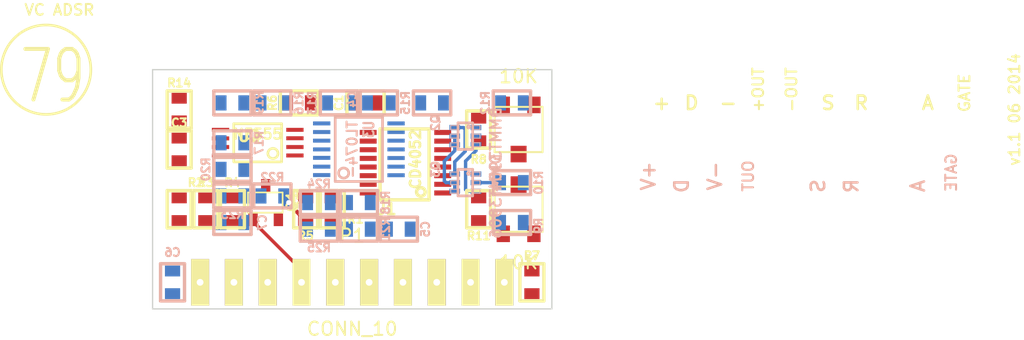
<source format=kicad_pcb>
(kicad_pcb (version 4) (host pcbnew "(2014-09-02 BZR 5112)-product")

  (general
    (links 97)
    (no_connects 89)
    (area 86.536593 71.20244 163.39516 97.029)
    (thickness 1.6)
    (drawings 25)
    (tracks 26)
    (zones 0)
    (modules 40)
    (nets 34)
  )

  (page A3)
  (layers
    (0 F.Cu signal)
    (31 B.Cu signal)
    (32 B.Adhes user)
    (33 F.Adhes user)
    (34 B.Paste user)
    (35 F.Paste user)
    (36 B.SilkS user)
    (37 F.SilkS user)
    (38 B.Mask user)
    (39 F.Mask user)
    (40 Dwgs.User user)
    (41 Cmts.User user)
    (42 Eco1.User user)
    (43 Eco2.User user)
    (44 Edge.Cuts user)
  )

  (setup
    (last_trace_width 0.254)
    (trace_clearance 0.254)
    (zone_clearance 0.2032)
    (zone_45_only no)
    (trace_min 0.254)
    (segment_width 0.2)
    (edge_width 0.1)
    (via_size 0.889)
    (via_drill 0.381)
    (via_min_size 0.889)
    (via_min_drill 0.381)
    (uvia_size 0.508)
    (uvia_drill 0.127)
    (uvias_allowed no)
    (uvia_min_size 0.508)
    (uvia_min_drill 0.127)
    (pcb_text_width 0.3)
    (pcb_text_size 1.5 1.5)
    (mod_edge_width 0.15)
    (mod_text_size 1 1)
    (mod_text_width 0.15)
    (pad_size 1.5 1.5)
    (pad_drill 0.6)
    (pad_to_mask_clearance 0)
    (aux_axis_origin 0 0)
    (visible_elements 7FFED73F)
    (pcbplotparams
      (layerselection 0x00030_80000001)
      (usegerberextensions true)
      (excludeedgelayer true)
      (linewidth 0.150000)
      (plotframeref false)
      (viasonmask false)
      (mode 1)
      (useauxorigin false)
      (hpglpennumber 1)
      (hpglpenspeed 20)
      (hpglpendiameter 15)
      (hpglpenoverlay 2)
      (psnegative false)
      (psa4output false)
      (plotreference true)
      (plotvalue false)
      (plotinvisibletext false)
      (padsonsilk false)
      (subtractmaskfromsilk true)
      (outputformat 1)
      (mirror false)
      (drillshape 0)
      (scaleselection 1)
      (outputdirectory Gerbers/v3.0/))
  )

  (net 0 "")
  (net 1 +12V)
  (net 2 -12V)
  (net 3 ATTACK)
  (net 4 DECAY)
  (net 5 "ENV OUT")
  (net 6 GATE)
  (net 7 GND)
  (net 8 "INV OUT")
  (net 9 N-000001)
  (net 10 N-0000010)
  (net 11 N-0000012)
  (net 12 N-0000013)
  (net 13 N-0000014)
  (net 14 N-0000015)
  (net 15 N-0000016)
  (net 16 N-0000019)
  (net 17 N-0000020)
  (net 18 N-0000021)
  (net 19 N-0000022)
  (net 20 N-0000024)
  (net 21 N-0000025)
  (net 22 N-0000026)
  (net 23 N-0000029)
  (net 24 N-0000030)
  (net 25 N-0000031)
  (net 26 N-000004)
  (net 27 N-000005)
  (net 28 N-000006)
  (net 29 N-000007)
  (net 30 N-000008)
  (net 31 N-000009)
  (net 32 RELEASE)
  (net 33 SUSTAIN)

  (net_class Default "This is the default net class."
    (clearance 0.254)
    (trace_width 0.254)
    (via_dia 0.889)
    (via_drill 0.381)
    (uvia_dia 0.508)
    (uvia_drill 0.127)
    (add_net GND)
    (add_net "INV OUT")
    (add_net N-000001)
    (add_net N-0000010)
    (add_net N-0000012)
    (add_net N-0000013)
    (add_net N-0000014)
    (add_net N-0000015)
    (add_net N-0000016)
    (add_net N-0000019)
    (add_net N-0000020)
    (add_net N-0000021)
    (add_net N-0000022)
    (add_net N-0000024)
    (add_net N-0000025)
    (add_net N-0000026)
    (add_net N-0000029)
    (add_net N-0000030)
    (add_net N-0000031)
    (add_net N-000004)
    (add_net N-000005)
    (add_net N-000006)
    (add_net N-000007)
    (add_net N-000008)
    (add_net N-000009)
  )

  (net_class POWER ""
    (clearance 0.254)
    (trace_width 0.3048)
    (via_dia 0.889)
    (via_drill 0.381)
    (uvia_dia 0.508)
    (uvia_drill 0.127)
    (add_net +12V)
    (add_net -12V)
  )

  (net_class SIGNAL ""
    (clearance 0.254)
    (trace_width 0.254)
    (via_dia 0.889)
    (via_drill 0.381)
    (uvia_dia 0.508)
    (uvia_drill 0.127)
    (add_net ATTACK)
    (add_net DECAY)
    (add_net "ENV OUT")
    (add_net GATE)
    (add_net RELEASE)
    (add_net SUSTAIN)
  )

  (module TSSOP8-JRL (layer F.Cu) (tedit 53A079DC) (tstamp 52EC3E46)
    (at 106 82 90)
    (path /52EA6826)
    (attr smd)
    (fp_text reference U2 (at 0.5 -0.75 180) (layer F.SilkS)
      (effects (font (size 0.8128 0.8128) (thickness 0.1905)))
    )
    (fp_text value NE555 (at 0.65 -0.1 180) (layer F.SilkS)
      (effects (font (size 0.762 0.762) (thickness 0.16002)))
    )
    (fp_line (start -1.43 -1.9) (end 1.43 -1.9) (layer F.SilkS) (width 0.2))
    (fp_line (start 1.43 -1.9) (end 1.43 1.7) (layer F.SilkS) (width 0.2))
    (fp_line (start 1.43 1.7) (end -1.43 1.7) (layer F.SilkS) (width 0.2))
    (fp_line (start -1.438 1.678) (end -1.438 -1.878) (layer F.SilkS) (width 0.2))
    (fp_circle (center -0.803 1.043) (end -1.184 1.043) (layer F.SilkS) (width 0.2))
    (pad 1 smd rect (at -0.9554 2.694 90) (size 0.29972 1.30048) (layers F.Cu F.Paste F.Mask)
      (net 7 GND))
    (pad 2 smd rect (at -0.3204 2.694 90) (size 0.29972 1.30048) (layers F.Cu F.Paste F.Mask)
      (net 30 N-000008))
    (pad 3 smd rect (at 0.34 2.694 90) (size 0.29972 1.30048) (layers F.Cu F.Paste F.Mask)
      (net 27 N-000005))
    (pad 4 smd rect (at 0.975 2.694 90) (size 0.29972 1.30048) (layers F.Cu F.Paste F.Mask)
      (net 1 +12V))
    (pad 5 smd rect (at 0.975 -2.894 90) (size 0.29972 1.30048) (layers F.Cu F.Paste F.Mask)
      (net 29 N-000007))
    (pad 6 smd rect (at 0.3273 -2.894 90) (size 0.29972 1.30048) (layers F.Cu F.Paste F.Mask)
      (net 26 N-000004))
    (pad 7 smd rect (at -0.3204 -2.894 90) (size 0.29972 1.30048) (layers F.Cu F.Paste F.Mask))
    (pad 8 smd rect (at -0.9681 -2.894 90) (size 0.29972 1.30048) (layers F.Cu F.Paste F.Mask)
      (net 1 +12V))
    (model smd\smd_dil\tssop-14.wrl
      (at (xyz 0 0 0))
      (scale (xyz 1 1 1))
      (rotate (xyz 0 0 0))
    )
  )

  (module TSSOP16 (layer F.Cu) (tedit 53A079D8) (tstamp 52EC3E5F)
    (at 117 83.5 90)
    (path /52E9DAA2)
    (attr smd)
    (fp_text reference U1 (at -3.5 -1.5 180) (layer F.SilkS)
      (effects (font (size 0.8128 0.8128) (thickness 0.1905)))
    )
    (fp_text value CD4052 (at 0.24892 0.7493 90) (layer F.SilkS)
      (effects (font (size 0.762 0.762) (thickness 0.1905)))
    )
    (fp_line (start -2.794 -1.905) (end 2.54 -1.905) (layer F.SilkS) (width 0.254))
    (fp_line (start 2.54 -1.905) (end 2.54 1.778) (layer F.SilkS) (width 0.254))
    (fp_line (start 2.54 1.778) (end -2.794 1.778) (layer F.SilkS) (width 0.254))
    (fp_line (start -2.794 1.778) (end -2.794 -1.905) (layer F.SilkS) (width 0.254))
    (fp_circle (center -2.20218 1.15824) (end -2.40538 1.41224) (layer F.SilkS) (width 0.254))
    (pad 1 smd rect (at -2.27584 2.79908 90) (size 0.381 1.27) (layers F.Cu F.Paste F.Mask)
      (net 4 DECAY))
    (pad 2 smd rect (at -1.6256 2.79908 90) (size 0.381 1.27) (layers F.Cu F.Paste F.Mask)
      (net 7 GND))
    (pad 3 smd rect (at -0.97536 2.79908 90) (size 0.381 1.27) (layers F.Cu F.Paste F.Mask)
      (net 22 N-0000026))
    (pad 4 smd rect (at -0.32512 2.79908 90) (size 0.381 1.27) (layers F.Cu F.Paste F.Mask)
      (net 32 RELEASE))
    (pad 5 smd rect (at 0.32512 2.79908 90) (size 0.381 1.27) (layers F.Cu F.Paste F.Mask)
      (net 32 RELEASE))
    (pad 6 smd rect (at 0.97536 2.79908 90) (size 0.381 1.27) (layers F.Cu F.Paste F.Mask)
      (net 7 GND))
    (pad 7 smd rect (at 1.6256 2.79908 90) (size 0.381 1.27) (layers F.Cu F.Paste F.Mask)
      (net 7 GND))
    (pad 8 smd rect (at 2.27584 2.79908 90) (size 0.381 1.27) (layers F.Cu F.Paste F.Mask)
      (net 7 GND))
    (pad 9 smd rect (at 2.27584 -2.79908 90) (size 0.381 1.27) (layers F.Cu F.Paste F.Mask)
      (net 27 N-000005))
    (pad 10 smd rect (at 1.6256 -2.79908 90) (size 0.381 1.27) (layers F.Cu F.Paste F.Mask)
      (net 28 N-000006))
    (pad 11 smd rect (at 0.97536 -2.79908 90) (size 0.381 1.27) (layers F.Cu F.Paste F.Mask)
      (net 7 GND))
    (pad 12 smd rect (at 0.32512 -2.79908 90) (size 0.381 1.27) (layers F.Cu F.Paste F.Mask)
      (net 33 SUSTAIN))
    (pad 13 smd rect (at -0.32512 -2.79908 90) (size 0.381 1.27) (layers F.Cu F.Paste F.Mask)
      (net 14 N-0000015))
    (pad 14 smd rect (at -0.97536 -2.79908 90) (size 0.381 1.27) (layers F.Cu F.Paste F.Mask)
      (net 7 GND))
    (pad 15 smd rect (at -1.6256 -2.79908 90) (size 0.381 1.27) (layers F.Cu F.Paste F.Mask)
      (net 31 N-000009))
    (pad 16 smd rect (at -2.27584 -2.79908 90) (size 0.381 1.27) (layers F.Cu F.Paste F.Mask)
      (net 1 +12V))
    (model smd\smd_dil\tssop-16.wrl
      (at (xyz 0 0 0))
      (scale (xyz 1 1 1))
      (rotate (xyz 0 0 0))
    )
  )

  (module TSSOP14 (layer B.Cu) (tedit 52F02B6A) (tstamp 52EC3E76)
    (at 113.5 82.5 90)
    (path /52E9CC88)
    (attr smd)
    (fp_text reference U3 (at 1.5 0.75 270) (layer B.SilkS)
      (effects (font (size 0.762 0.635) (thickness 0.16002)) (justify mirror))
    )
    (fp_text value TL074- (at 0 -0.508 90) (layer B.SilkS)
      (effects (font (size 0.762 0.762) (thickness 0.16002)) (justify mirror))
    )
    (fp_line (start -2.413 1.778) (end 2.413 1.778) (layer B.SilkS) (width 0.2032))
    (fp_line (start 2.413 1.778) (end 2.413 -1.778) (layer B.SilkS) (width 0.2032))
    (fp_line (start 2.413 -1.778) (end -2.413 -1.778) (layer B.SilkS) (width 0.2032))
    (fp_line (start -2.413 -1.778) (end -2.413 1.778) (layer B.SilkS) (width 0.2032))
    (fp_circle (center -1.778 -1.143) (end -2.159 -1.143) (layer B.SilkS) (width 0.2032))
    (pad 1 smd rect (at -1.9304 -2.794 90) (size 0.29972 1.30048) (layers B.Cu B.Paste B.Mask)
      (net 19 N-0000022))
    (pad 2 smd rect (at -1.2954 -2.794 90) (size 0.29972 1.30048) (layers B.Cu B.Paste B.Mask)
      (net 16 N-0000019))
    (pad 3 smd rect (at -0.635 -2.794 90) (size 0.29972 1.30048) (layers B.Cu B.Paste B.Mask)
      (net 10 N-0000010))
    (pad 4 smd rect (at 0 -2.794 90) (size 0.29972 1.30048) (layers B.Cu B.Paste B.Mask)
      (net 1 +12V))
    (pad 5 smd rect (at 0.6604 -2.794 90) (size 0.29972 1.30048) (layers B.Cu B.Paste B.Mask)
      (net 11 N-0000012))
    (pad 6 smd rect (at 1.3081 -2.794 90) (size 0.29972 1.30048) (layers B.Cu B.Paste B.Mask)
      (net 15 N-0000016))
    (pad 7 smd rect (at 1.9558 -2.794 90) (size 0.29972 1.30048) (layers B.Cu B.Paste B.Mask)
      (net 13 N-0000014))
    (pad 8 smd rect (at 1.9558 2.794 90) (size 0.29972 1.30048) (layers B.Cu B.Paste B.Mask)
      (net 12 N-0000013))
    (pad 9 smd rect (at 1.3081 2.794 90) (size 0.29972 1.30048) (layers B.Cu B.Paste B.Mask)
      (net 25 N-0000031))
    (pad 10 smd rect (at 0.6604 2.794 90) (size 0.29972 1.30048) (layers B.Cu B.Paste B.Mask)
      (net 7 GND))
    (pad 11 smd rect (at 0 2.794 90) (size 0.29972 1.30048) (layers B.Cu B.Paste B.Mask)
      (net 2 -12V))
    (pad 12 smd rect (at -0.6477 2.794 90) (size 0.29972 1.30048) (layers B.Cu B.Paste B.Mask)
      (net 7 GND))
    (pad 13 smd rect (at -1.2954 2.794 90) (size 0.29972 1.30048) (layers B.Cu B.Paste B.Mask)
      (net 20 N-0000024))
    (pad 14 smd rect (at -1.9431 2.794 90) (size 0.29972 1.30048) (layers B.Cu B.Paste B.Mask)
      (net 26 N-000004))
    (model smd\smd_dil\tssop-14.wrl
      (at (xyz 0 0 0))
      (scale (xyz 1 1 1))
      (rotate (xyz 0 0 0))
    )
  )

  (module SOT363-JRL (layer B.Cu) (tedit 53A055FA) (tstamp 52EFBA56)
    (at 121.5 85 270)
    (descr "SMALL OUTLINE TRANSISTOR; 6 LEADS")
    (tags "SMALL OUTLINE TRANSISTOR; 6 LEADS")
    (path /52EA83F8)
    (attr smd)
    (fp_text reference Q3 (at -1 2.25 270) (layer B.SilkS)
      (effects (font (size 0.6096 0.6096) (thickness 0.1524)) (justify mirror))
    )
    (fp_text value DMMT3906 (at 1.016 -2.286 270) (layer B.SilkS)
      (effects (font (size 0.8128 0.8128) (thickness 0.1524)) (justify mirror))
    )
    (fp_line (start -0.79756 -1.09982) (end -0.49784 -1.09982) (layer B.SilkS) (width 0.06604))
    (fp_line (start -0.49784 -1.09982) (end -0.49784 -0.59944) (layer B.SilkS) (width 0.06604))
    (fp_line (start -0.79756 -0.59944) (end -0.49784 -0.59944) (layer B.SilkS) (width 0.06604))
    (fp_line (start -0.79756 -1.09982) (end -0.79756 -0.59944) (layer B.SilkS) (width 0.06604))
    (fp_line (start -0.14986 -1.09982) (end 0.14986 -1.09982) (layer B.SilkS) (width 0.06604))
    (fp_line (start 0.14986 -1.09982) (end 0.14986 -0.59944) (layer B.SilkS) (width 0.06604))
    (fp_line (start -0.14986 -0.59944) (end 0.14986 -0.59944) (layer B.SilkS) (width 0.06604))
    (fp_line (start -0.14986 -1.09982) (end -0.14986 -0.59944) (layer B.SilkS) (width 0.06604))
    (fp_line (start 0.49784 -1.09982) (end 0.79756 -1.09982) (layer B.SilkS) (width 0.06604))
    (fp_line (start 0.79756 -1.09982) (end 0.79756 -0.59944) (layer B.SilkS) (width 0.06604))
    (fp_line (start 0.49784 -0.59944) (end 0.79756 -0.59944) (layer B.SilkS) (width 0.06604))
    (fp_line (start 0.49784 -1.09982) (end 0.49784 -0.59944) (layer B.SilkS) (width 0.06604))
    (fp_line (start 0.49784 0.59944) (end 0.79756 0.59944) (layer B.SilkS) (width 0.06604))
    (fp_line (start 0.79756 0.59944) (end 0.79756 1.09982) (layer B.SilkS) (width 0.06604))
    (fp_line (start 0.49784 1.09982) (end 0.79756 1.09982) (layer B.SilkS) (width 0.06604))
    (fp_line (start 0.49784 0.59944) (end 0.49784 1.09982) (layer B.SilkS) (width 0.06604))
    (fp_line (start -0.14986 0.59944) (end 0.14986 0.59944) (layer B.SilkS) (width 0.06604))
    (fp_line (start 0.14986 0.59944) (end 0.14986 1.09982) (layer B.SilkS) (width 0.06604))
    (fp_line (start -0.14986 1.09982) (end 0.14986 1.09982) (layer B.SilkS) (width 0.06604))
    (fp_line (start -0.14986 0.59944) (end -0.14986 1.09982) (layer B.SilkS) (width 0.06604))
    (fp_line (start -0.79756 0.59944) (end -0.49784 0.59944) (layer B.SilkS) (width 0.06604))
    (fp_line (start -0.49784 0.59944) (end -0.49784 1.09982) (layer B.SilkS) (width 0.06604))
    (fp_line (start -0.79756 1.09982) (end -0.49784 1.09982) (layer B.SilkS) (width 0.06604))
    (fp_line (start -0.79756 0.59944) (end -0.79756 1.09982) (layer B.SilkS) (width 0.06604))
    (fp_line (start -0.99822 0.54864) (end 0.99822 0.54864) (layer B.SilkS) (width 0.2032))
    (fp_line (start 0.99822 0.54864) (end 0.99822 -0.54864) (layer B.SilkS) (width 0.2032))
    (fp_line (start 0.99822 -0.54864) (end -0.99822 -0.54864) (layer B.SilkS) (width 0.2032))
    (fp_line (start -0.99822 -0.54864) (end -0.99822 0.54864) (layer B.SilkS) (width 0.2032))
    (fp_circle (center -0.6985 -0.24892) (end -0.77216 -0.32258) (layer B.SilkS) (width 0.1524))
    (pad 1 smd rect (at -0.6477 -0.79756 270) (size 0.39878 0.79756) (layers B.Cu B.Paste B.Mask)
      (net 7 GND))
    (pad 2 smd rect (at 0 -0.79756 270) (size 0.39878 0.79756) (layers B.Cu B.Paste B.Mask)
      (net 23 N-0000029))
    (pad 3 smd rect (at 0.6477 -0.79756 270) (size 0.39878 0.79756) (layers B.Cu B.Paste B.Mask)
      (net 20 N-0000024))
    (pad 4 smd rect (at 0.6477 0.79756 270) (size 0.39878 0.79756) (layers B.Cu B.Paste B.Mask)
      (net 21 N-0000025))
    (pad 5 smd rect (at 0 0.79756 270) (size 0.39878 0.79756) (layers B.Cu B.Paste B.Mask)
      (net 21 N-0000025))
    (pad 6 smd rect (at -0.6477 0.79756 270) (size 0.39878 0.79756) (layers B.Cu B.Paste B.Mask)
      (net 25 N-0000031))
  )

  (module SOT363-JRL (layer B.Cu) (tedit 53A05601) (tstamp 52EFBA7E)
    (at 121.5 81.5 270)
    (descr "SMALL OUTLINE TRANSISTOR; 6 LEADS")
    (tags "SMALL OUTLINE TRANSISTOR; 6 LEADS")
    (path /52EA83E9)
    (attr smd)
    (fp_text reference Q2 (at -1 2.25 270) (layer B.SilkS)
      (effects (font (size 0.6096 0.6096) (thickness 0.1524)) (justify mirror))
    )
    (fp_text value DMMT3904 (at 1.016 -2.286 270) (layer B.SilkS)
      (effects (font (size 0.8128 0.8128) (thickness 0.1524)) (justify mirror))
    )
    (fp_line (start -0.79756 -1.09982) (end -0.49784 -1.09982) (layer B.SilkS) (width 0.06604))
    (fp_line (start -0.49784 -1.09982) (end -0.49784 -0.59944) (layer B.SilkS) (width 0.06604))
    (fp_line (start -0.79756 -0.59944) (end -0.49784 -0.59944) (layer B.SilkS) (width 0.06604))
    (fp_line (start -0.79756 -1.09982) (end -0.79756 -0.59944) (layer B.SilkS) (width 0.06604))
    (fp_line (start -0.14986 -1.09982) (end 0.14986 -1.09982) (layer B.SilkS) (width 0.06604))
    (fp_line (start 0.14986 -1.09982) (end 0.14986 -0.59944) (layer B.SilkS) (width 0.06604))
    (fp_line (start -0.14986 -0.59944) (end 0.14986 -0.59944) (layer B.SilkS) (width 0.06604))
    (fp_line (start -0.14986 -1.09982) (end -0.14986 -0.59944) (layer B.SilkS) (width 0.06604))
    (fp_line (start 0.49784 -1.09982) (end 0.79756 -1.09982) (layer B.SilkS) (width 0.06604))
    (fp_line (start 0.79756 -1.09982) (end 0.79756 -0.59944) (layer B.SilkS) (width 0.06604))
    (fp_line (start 0.49784 -0.59944) (end 0.79756 -0.59944) (layer B.SilkS) (width 0.06604))
    (fp_line (start 0.49784 -1.09982) (end 0.49784 -0.59944) (layer B.SilkS) (width 0.06604))
    (fp_line (start 0.49784 0.59944) (end 0.79756 0.59944) (layer B.SilkS) (width 0.06604))
    (fp_line (start 0.79756 0.59944) (end 0.79756 1.09982) (layer B.SilkS) (width 0.06604))
    (fp_line (start 0.49784 1.09982) (end 0.79756 1.09982) (layer B.SilkS) (width 0.06604))
    (fp_line (start 0.49784 0.59944) (end 0.49784 1.09982) (layer B.SilkS) (width 0.06604))
    (fp_line (start -0.14986 0.59944) (end 0.14986 0.59944) (layer B.SilkS) (width 0.06604))
    (fp_line (start 0.14986 0.59944) (end 0.14986 1.09982) (layer B.SilkS) (width 0.06604))
    (fp_line (start -0.14986 1.09982) (end 0.14986 1.09982) (layer B.SilkS) (width 0.06604))
    (fp_line (start -0.14986 0.59944) (end -0.14986 1.09982) (layer B.SilkS) (width 0.06604))
    (fp_line (start -0.79756 0.59944) (end -0.49784 0.59944) (layer B.SilkS) (width 0.06604))
    (fp_line (start -0.49784 0.59944) (end -0.49784 1.09982) (layer B.SilkS) (width 0.06604))
    (fp_line (start -0.79756 1.09982) (end -0.49784 1.09982) (layer B.SilkS) (width 0.06604))
    (fp_line (start -0.79756 0.59944) (end -0.79756 1.09982) (layer B.SilkS) (width 0.06604))
    (fp_line (start -0.99822 0.54864) (end 0.99822 0.54864) (layer B.SilkS) (width 0.2032))
    (fp_line (start 0.99822 0.54864) (end 0.99822 -0.54864) (layer B.SilkS) (width 0.2032))
    (fp_line (start 0.99822 -0.54864) (end -0.99822 -0.54864) (layer B.SilkS) (width 0.2032))
    (fp_line (start -0.99822 -0.54864) (end -0.99822 0.54864) (layer B.SilkS) (width 0.2032))
    (fp_circle (center -0.6985 -0.24892) (end -0.77216 -0.32258) (layer B.SilkS) (width 0.1524))
    (pad 1 smd rect (at -0.6477 -0.79756 270) (size 0.39878 0.79756) (layers B.Cu B.Paste B.Mask)
      (net 24 N-0000030))
    (pad 2 smd rect (at 0 -0.79756 270) (size 0.39878 0.79756) (layers B.Cu B.Paste B.Mask)
      (net 7 GND))
    (pad 3 smd rect (at 0.6477 -0.79756 270) (size 0.39878 0.79756) (layers B.Cu B.Paste B.Mask)
      (net 20 N-0000024))
    (pad 4 smd rect (at 0.6477 0.79756 270) (size 0.39878 0.79756) (layers B.Cu B.Paste B.Mask)
      (net 21 N-0000025))
    (pad 5 smd rect (at 0 0.79756 270) (size 0.39878 0.79756) (layers B.Cu B.Paste B.Mask)
      (net 21 N-0000025))
    (pad 6 smd rect (at -0.6477 0.79756 270) (size 0.39878 0.79756) (layers B.Cu B.Paste B.Mask)
      (net 25 N-0000031))
  )

  (module SM0603-JRL (layer B.Cu) (tedit 52F02B8C) (tstamp 52EC3ED9)
    (at 125 88 180)
    (path /52EA8356)
    (attr smd)
    (fp_text reference R9 (at -2 -0.25 270) (layer B.SilkS)
      (effects (font (size 0.6096 0.6096) (thickness 0.1524)) (justify mirror))
    )
    (fp_text value 2.2K (at 0 0 180) (layer B.SilkS) hide
      (effects (font (size 0.508 0.4572) (thickness 0.1143)) (justify mirror))
    )
    (fp_line (start -1.4 -0.9) (end 1.4 -0.9) (layer B.SilkS) (width 0.254))
    (fp_line (start 1.4 -0.9) (end 1.4 0.9) (layer B.SilkS) (width 0.254))
    (fp_line (start 1.4 0.9) (end -1.4 0.9) (layer B.SilkS) (width 0.254))
    (fp_line (start -1.4 0.9) (end -1.4 -0.9) (layer B.SilkS) (width 0.254))
    (pad 1 smd rect (at -0.8509 0 180) (size 0.8128 1.143) (layers B.Cu B.Paste B.Mask)
      (net 7 GND))
    (pad 2 smd rect (at 0.8509 0 180) (size 0.8128 1.143) (layers B.Cu B.Paste B.Mask)
      (net 23 N-0000029))
    (model smd\resistors\R0603.wrl
      (at (xyz 0 0 0.001))
      (scale (xyz 0.5 0.5 0.5))
      (rotate (xyz 0 0 0))
    )
  )

  (module SM0603-JRL (layer F.Cu) (tedit 52F02A9D) (tstamp 52EF286C)
    (at 104 87 270)
    (path /52EA68F7)
    (attr smd)
    (fp_text reference R4 (at -2 0 360) (layer F.SilkS)
      (effects (font (size 0.6096 0.6096) (thickness 0.1524)))
    )
    (fp_text value 330K (at 0 0 270) (layer F.SilkS) hide
      (effects (font (size 0.508 0.4572) (thickness 0.1143)))
    )
    (fp_line (start -1.4 0.9) (end 1.4 0.9) (layer F.SilkS) (width 0.254))
    (fp_line (start 1.4 0.9) (end 1.4 -0.9) (layer F.SilkS) (width 0.254))
    (fp_line (start 1.4 -0.9) (end -1.4 -0.9) (layer F.SilkS) (width 0.254))
    (fp_line (start -1.4 -0.9) (end -1.4 0.9) (layer F.SilkS) (width 0.254))
    (pad 1 smd rect (at -0.8509 0 270) (size 0.8128 1.143) (layers F.Cu F.Paste F.Mask)
      (net 9 N-000001))
    (pad 2 smd rect (at 0.8509 0 270) (size 0.8128 1.143) (layers F.Cu F.Paste F.Mask)
      (net 2 -12V))
    (model smd\resistors\R0603.wrl
      (at (xyz 0 0 0.001))
      (scale (xyz 0.5 0.5 0.5))
      (rotate (xyz 0 0 0))
    )
  )

  (module SM0603-JRL (layer F.Cu) (tedit 52F02A96) (tstamp 52EC3EED)
    (at 114 79 180)
    (path /52EA6BA1)
    (attr smd)
    (fp_text reference C1 (at 2 0 270) (layer F.SilkS)
      (effects (font (size 0.6096 0.6096) (thickness 0.1524)))
    )
    (fp_text value 100n (at 0 0 180) (layer F.SilkS) hide
      (effects (font (size 0.508 0.4572) (thickness 0.1143)))
    )
    (fp_line (start -1.4 0.9) (end 1.4 0.9) (layer F.SilkS) (width 0.254))
    (fp_line (start 1.4 0.9) (end 1.4 -0.9) (layer F.SilkS) (width 0.254))
    (fp_line (start 1.4 -0.9) (end -1.4 -0.9) (layer F.SilkS) (width 0.254))
    (fp_line (start -1.4 -0.9) (end -1.4 0.9) (layer F.SilkS) (width 0.254))
    (pad 1 smd rect (at -0.8509 0 180) (size 0.8128 1.143) (layers F.Cu F.Paste F.Mask)
      (net 28 N-000006))
    (pad 2 smd rect (at 0.8509 0 180) (size 0.8128 1.143) (layers F.Cu F.Paste F.Mask)
      (net 30 N-000008))
    (model smd\resistors\R0603.wrl
      (at (xyz 0 0 0.001))
      (scale (xyz 0.5 0.5 0.5))
      (rotate (xyz 0 0 0))
    )
  )

  (module SM0603-JRL (layer F.Cu) (tedit 52F02A99) (tstamp 52EC3EF7)
    (at 109 79 180)
    (path /52EA6BBB)
    (attr smd)
    (fp_text reference R6 (at 2 0 270) (layer F.SilkS)
      (effects (font (size 0.6096 0.6096) (thickness 0.1524)))
    )
    (fp_text value 10K (at 0 0 180) (layer F.SilkS) hide
      (effects (font (size 0.508 0.4572) (thickness 0.1143)))
    )
    (fp_line (start -1.4 0.9) (end 1.4 0.9) (layer F.SilkS) (width 0.254))
    (fp_line (start 1.4 0.9) (end 1.4 -0.9) (layer F.SilkS) (width 0.254))
    (fp_line (start 1.4 -0.9) (end -1.4 -0.9) (layer F.SilkS) (width 0.254))
    (fp_line (start -1.4 -0.9) (end -1.4 0.9) (layer F.SilkS) (width 0.254))
    (pad 1 smd rect (at -0.8509 0 180) (size 0.8128 1.143) (layers F.Cu F.Paste F.Mask)
      (net 1 +12V))
    (pad 2 smd rect (at 0.8509 0 180) (size 0.8128 1.143) (layers F.Cu F.Paste F.Mask)
      (net 30 N-000008))
    (model smd\resistors\R0603.wrl
      (at (xyz 0 0 0.001))
      (scale (xyz 0.5 0.5 0.5))
      (rotate (xyz 0 0 0))
    )
  )

  (module SM0603-JRL (layer F.Cu) (tedit 52F02B5A) (tstamp 52EC3F0B)
    (at 100 79.5 270)
    (path /548528E0)
    (attr smd)
    (fp_text reference R14 (at -2 0 540) (layer F.SilkS)
      (effects (font (size 0.6096 0.6096) (thickness 0.1524)))
    )
    (fp_text value 3.3K** (at 0 0 270) (layer F.SilkS) hide
      (effects (font (size 0.508 0.4572) (thickness 0.1143)))
    )
    (fp_line (start -1.4 0.9) (end 1.4 0.9) (layer F.SilkS) (width 0.254))
    (fp_line (start 1.4 0.9) (end 1.4 -0.9) (layer F.SilkS) (width 0.254))
    (fp_line (start 1.4 -0.9) (end -1.4 -0.9) (layer F.SilkS) (width 0.254))
    (fp_line (start -1.4 -0.9) (end -1.4 0.9) (layer F.SilkS) (width 0.254))
    (pad 1 smd rect (at -0.8509 0 270) (size 0.8128 1.143) (layers F.Cu F.Paste F.Mask)
      (net 29 N-000007))
    (pad 2 smd rect (at 0.8509 0 270) (size 0.8128 1.143) (layers F.Cu F.Paste F.Mask)
      (net 1 +12V))
    (model smd\resistors\R0603.wrl
      (at (xyz 0 0 0.001))
      (scale (xyz 0.5 0.5 0.5))
      (rotate (xyz 0 0 0))
    )
  )

  (module SM0603-JRL (layer B.Cu) (tedit 52F02B54) (tstamp 54866960)
    (at 113.5 86.5 180)
    (path /5485F689)
    (attr smd)
    (fp_text reference R18 (at -2 0 270) (layer B.SilkS)
      (effects (font (size 0.6096 0.6096) (thickness 0.1524)) (justify mirror))
    )
    (fp_text value 100K (at 0 0 180) (layer B.SilkS) hide
      (effects (font (size 0.508 0.4572) (thickness 0.1143)) (justify mirror))
    )
    (fp_line (start -1.4 -0.9) (end 1.4 -0.9) (layer B.SilkS) (width 0.254))
    (fp_line (start 1.4 -0.9) (end 1.4 0.9) (layer B.SilkS) (width 0.254))
    (fp_line (start 1.4 0.9) (end -1.4 0.9) (layer B.SilkS) (width 0.254))
    (fp_line (start -1.4 0.9) (end -1.4 -0.9) (layer B.SilkS) (width 0.254))
    (pad 1 smd rect (at -0.8509 0 180) (size 0.8128 1.143) (layers B.Cu B.Paste B.Mask)
      (net 26 N-000004))
    (pad 2 smd rect (at 0.8509 0 180) (size 0.8128 1.143) (layers B.Cu B.Paste B.Mask)
      (net 16 N-0000019))
    (model smd\resistors\R0603.wrl
      (at (xyz 0 0 0.001))
      (scale (xyz 0.5 0.5 0.5))
      (rotate (xyz 0 0 0))
    )
  )

  (module SM0603-JRL (layer F.Cu) (tedit 52F02ABA) (tstamp 52EC3F1F)
    (at 100 82.5 270)
    (path /52EC40BB)
    (attr smd)
    (fp_text reference C3 (at -2 0 360) (layer F.SilkS)
      (effects (font (size 0.6096 0.6096) (thickness 0.1524)))
    )
    (fp_text value 100n (at 0 0 270) (layer F.SilkS) hide
      (effects (font (size 0.508 0.4572) (thickness 0.1143)))
    )
    (fp_line (start -1.4 0.9) (end 1.4 0.9) (layer F.SilkS) (width 0.254))
    (fp_line (start 1.4 0.9) (end 1.4 -0.9) (layer F.SilkS) (width 0.254))
    (fp_line (start 1.4 -0.9) (end -1.4 -0.9) (layer F.SilkS) (width 0.254))
    (fp_line (start -1.4 -0.9) (end -1.4 0.9) (layer F.SilkS) (width 0.254))
    (pad 1 smd rect (at -0.8509 0 270) (size 0.8128 1.143) (layers F.Cu F.Paste F.Mask)
      (net 1 +12V))
    (pad 2 smd rect (at 0.8509 0 270) (size 0.8128 1.143) (layers F.Cu F.Paste F.Mask)
      (net 7 GND))
    (model smd\resistors\R0603.wrl
      (at (xyz 0 0 0.001))
      (scale (xyz 0.5 0.5 0.5))
      (rotate (xyz 0 0 0))
    )
  )

  (module SM0603-JRL (layer B.Cu) (tedit 52F02B81) (tstamp 54866981)
    (at 125 85 180)
    (path /52EA835C)
    (attr smd)
    (fp_text reference R10 (at -2 0 270) (layer B.SilkS)
      (effects (font (size 0.6096 0.6096) (thickness 0.1524)) (justify mirror))
    )
    (fp_text value 270K (at 0 0 180) (layer B.SilkS) hide
      (effects (font (size 0.508 0.4572) (thickness 0.1143)) (justify mirror))
    )
    (fp_line (start -1.4 -0.9) (end 1.4 -0.9) (layer B.SilkS) (width 0.254))
    (fp_line (start 1.4 -0.9) (end 1.4 0.9) (layer B.SilkS) (width 0.254))
    (fp_line (start 1.4 0.9) (end -1.4 0.9) (layer B.SilkS) (width 0.254))
    (fp_line (start -1.4 0.9) (end -1.4 -0.9) (layer B.SilkS) (width 0.254))
    (pad 1 smd rect (at -0.8509 0 180) (size 0.8128 1.143) (layers B.Cu B.Paste B.Mask)
      (net 2 -12V))
    (pad 2 smd rect (at 0.8509 0 180) (size 0.8128 1.143) (layers B.Cu B.Paste B.Mask)
      (net 23 N-0000029))
    (model smd\resistors\R0603.wrl
      (at (xyz 0 0 0.001))
      (scale (xyz 0.5 0.5 0.5))
      (rotate (xyz 0 0 0))
    )
  )

  (module SM0603-JRL (layer F.Cu) (tedit 52F02B32) (tstamp 52EC3F33)
    (at 126.5 92.5 90)
    (path /52EA8929)
    (attr smd)
    (fp_text reference R7 (at 2 0 360) (layer F.SilkS)
      (effects (font (size 0.6096 0.6096) (thickness 0.1524)))
    )
    (fp_text value 82K* (at 0 0 90) (layer F.SilkS) hide
      (effects (font (size 0.508 0.4572) (thickness 0.1143)))
    )
    (fp_line (start -1.4 0.9) (end 1.4 0.9) (layer F.SilkS) (width 0.254))
    (fp_line (start 1.4 0.9) (end 1.4 -0.9) (layer F.SilkS) (width 0.254))
    (fp_line (start 1.4 -0.9) (end -1.4 -0.9) (layer F.SilkS) (width 0.254))
    (fp_line (start -1.4 -0.9) (end -1.4 0.9) (layer F.SilkS) (width 0.254))
    (pad 1 smd rect (at -0.8509 0 90) (size 0.8128 1.143) (layers F.Cu F.Paste F.Mask)
      (net 3 ATTACK))
    (pad 2 smd rect (at 0.8509 0 90) (size 0.8128 1.143) (layers F.Cu F.Paste F.Mask)
      (net 18 N-0000021))
    (model smd\resistors\R0603.wrl
      (at (xyz 0 0 0.001))
      (scale (xyz 0.5 0.5 0.5))
      (rotate (xyz 0 0 0))
    )
  )

  (module SM0603-JRL (layer F.Cu) (tedit 52F02B2F) (tstamp 52EF282A)
    (at 122.5 87 270)
    (path /52EA893B)
    (attr smd)
    (fp_text reference R11 (at 2 0 540) (layer F.SilkS)
      (effects (font (size 0.6096 0.6096) (thickness 0.1524)))
    )
    (fp_text value 2.2K (at 0 0 270) (layer F.SilkS) hide
      (effects (font (size 0.508 0.4572) (thickness 0.1143)))
    )
    (fp_line (start -1.4 0.9) (end 1.4 0.9) (layer F.SilkS) (width 0.254))
    (fp_line (start 1.4 0.9) (end 1.4 -0.9) (layer F.SilkS) (width 0.254))
    (fp_line (start 1.4 -0.9) (end -1.4 -0.9) (layer F.SilkS) (width 0.254))
    (fp_line (start -1.4 -0.9) (end -1.4 0.9) (layer F.SilkS) (width 0.254))
    (pad 1 smd rect (at -0.8509 0 270) (size 0.8128 1.143) (layers F.Cu F.Paste F.Mask)
      (net 7 GND))
    (pad 2 smd rect (at 0.8509 0 270) (size 0.8128 1.143) (layers F.Cu F.Paste F.Mask)
      (net 24 N-0000030))
    (model smd\resistors\R0603.wrl
      (at (xyz 0 0 0.001))
      (scale (xyz 0.5 0.5 0.5))
      (rotate (xyz 0 0 0))
    )
  )

  (module SM0603-JRL (layer B.Cu) (tedit 52F02B2D) (tstamp 52EF281F)
    (at 125 79 180)
    (path /52EA8941)
    (attr smd)
    (fp_text reference R12 (at 2 0 270) (layer B.SilkS)
      (effects (font (size 0.6096 0.6096) (thickness 0.1524)) (justify mirror))
    )
    (fp_text value 270K (at 0 0 180) (layer B.SilkS) hide
      (effects (font (size 0.508 0.4572) (thickness 0.1143)) (justify mirror))
    )
    (fp_line (start -1.4 -0.9) (end 1.4 -0.9) (layer B.SilkS) (width 0.254))
    (fp_line (start 1.4 -0.9) (end 1.4 0.9) (layer B.SilkS) (width 0.254))
    (fp_line (start 1.4 0.9) (end -1.4 0.9) (layer B.SilkS) (width 0.254))
    (fp_line (start -1.4 0.9) (end -1.4 -0.9) (layer B.SilkS) (width 0.254))
    (pad 1 smd rect (at -0.8509 0 180) (size 0.8128 1.143) (layers B.Cu B.Paste B.Mask)
      (net 2 -12V))
    (pad 2 smd rect (at 0.8509 0 180) (size 0.8128 1.143) (layers B.Cu B.Paste B.Mask)
      (net 24 N-0000030))
    (model smd\resistors\R0603.wrl
      (at (xyz 0 0 0.001))
      (scale (xyz 0.5 0.5 0.5))
      (rotate (xyz 0 0 0))
    )
  )

  (module SM0603-JRL (layer F.Cu) (tedit 52F02AC4) (tstamp 52ED3764)
    (at 100 87 90)
    (path /52EA68F1)
    (attr smd)
    (fp_text reference R2 (at 2 1.25 180) (layer F.SilkS)
      (effects (font (size 0.6096 0.6096) (thickness 0.1524)))
    )
    (fp_text value 100K (at 0 0 90) (layer F.SilkS) hide
      (effects (font (size 0.508 0.4572) (thickness 0.1143)))
    )
    (fp_line (start -1.4 0.9) (end 1.4 0.9) (layer F.SilkS) (width 0.254))
    (fp_line (start 1.4 0.9) (end 1.4 -0.9) (layer F.SilkS) (width 0.254))
    (fp_line (start 1.4 -0.9) (end -1.4 -0.9) (layer F.SilkS) (width 0.254))
    (fp_line (start -1.4 -0.9) (end -1.4 0.9) (layer F.SilkS) (width 0.254))
    (pad 1 smd rect (at -0.8509 0 90) (size 0.8128 1.143) (layers F.Cu F.Paste F.Mask)
      (net 6 GATE))
    (pad 2 smd rect (at 0.8509 0 90) (size 0.8128 1.143) (layers F.Cu F.Paste F.Mask)
      (net 7 GND))
    (model smd\resistors\R0603.wrl
      (at (xyz 0 0 0.001))
      (scale (xyz 0.5 0.5 0.5))
      (rotate (xyz 0 0 0))
    )
  )

  (module SM0603-JRL (layer F.Cu) (tedit 52F02AA1) (tstamp 52EC3F5B)
    (at 102 87 270)
    (path /52EA6853)
    (attr smd)
    (fp_text reference R3 (at -2 0 360) (layer F.SilkS)
      (effects (font (size 0.6096 0.6096) (thickness 0.1524)))
    )
    (fp_text value 33K (at 0 0 270) (layer F.SilkS) hide
      (effects (font (size 0.508 0.4572) (thickness 0.1143)))
    )
    (fp_line (start -1.4 0.9) (end 1.4 0.9) (layer F.SilkS) (width 0.254))
    (fp_line (start 1.4 0.9) (end 1.4 -0.9) (layer F.SilkS) (width 0.254))
    (fp_line (start 1.4 -0.9) (end -1.4 -0.9) (layer F.SilkS) (width 0.254))
    (fp_line (start -1.4 -0.9) (end -1.4 0.9) (layer F.SilkS) (width 0.254))
    (pad 1 smd rect (at -0.8509 0 270) (size 0.8128 1.143) (layers F.Cu F.Paste F.Mask)
      (net 9 N-000001))
    (pad 2 smd rect (at 0.8509 0 270) (size 0.8128 1.143) (layers F.Cu F.Paste F.Mask)
      (net 6 GATE))
    (model smd\resistors\R0603.wrl
      (at (xyz 0 0 0.001))
      (scale (xyz 0.5 0.5 0.5))
      (rotate (xyz 0 0 0))
    )
  )

  (module SM0603-JRL (layer F.Cu) (tedit 52F02ABC) (tstamp 52EC3F65)
    (at 109.5 87 270)
    (path /52EA6840)
    (attr smd)
    (fp_text reference R5 (at 2 0 360) (layer F.SilkS)
      (effects (font (size 0.6096 0.6096) (thickness 0.1524)))
    )
    (fp_text value 22K (at 0 0 270) (layer F.SilkS) hide
      (effects (font (size 0.508 0.4572) (thickness 0.1143)))
    )
    (fp_line (start -1.4 0.9) (end 1.4 0.9) (layer F.SilkS) (width 0.254))
    (fp_line (start 1.4 0.9) (end 1.4 -0.9) (layer F.SilkS) (width 0.254))
    (fp_line (start 1.4 -0.9) (end -1.4 -0.9) (layer F.SilkS) (width 0.254))
    (fp_line (start -1.4 -0.9) (end -1.4 0.9) (layer F.SilkS) (width 0.254))
    (pad 1 smd rect (at -0.8509 0 270) (size 0.8128 1.143) (layers F.Cu F.Paste F.Mask)
      (net 28 N-000006))
    (pad 2 smd rect (at 0.8509 0 270) (size 0.8128 1.143) (layers F.Cu F.Paste F.Mask)
      (net 1 +12V))
    (model smd\resistors\R0603.wrl
      (at (xyz 0 0 0.001))
      (scale (xyz 0.5 0.5 0.5))
      (rotate (xyz 0 0 0))
    )
  )

  (module SM0603-JRL (layer B.Cu) (tedit 52F02B5C) (tstamp 5486694A)
    (at 113.5 88.5 180)
    (path /52E9E466)
    (attr smd)
    (fp_text reference R21 (at -2 0 270) (layer B.SilkS)
      (effects (font (size 0.6096 0.6096) (thickness 0.1524)) (justify mirror))
    )
    (fp_text value 1K (at 0 0 180) (layer B.SilkS) hide
      (effects (font (size 0.508 0.4572) (thickness 0.1143)) (justify mirror))
    )
    (fp_line (start -1.4 -0.9) (end 1.4 -0.9) (layer B.SilkS) (width 0.254))
    (fp_line (start 1.4 -0.9) (end 1.4 0.9) (layer B.SilkS) (width 0.254))
    (fp_line (start 1.4 0.9) (end -1.4 0.9) (layer B.SilkS) (width 0.254))
    (fp_line (start -1.4 0.9) (end -1.4 -0.9) (layer B.SilkS) (width 0.254))
    (pad 1 smd rect (at -0.8509 0 180) (size 0.8128 1.143) (layers B.Cu B.Paste B.Mask)
      (net 26 N-000004))
    (pad 2 smd rect (at 0.8509 0 180) (size 0.8128 1.143) (layers B.Cu B.Paste B.Mask)
      (net 5 "ENV OUT"))
    (model smd\resistors\R0603.wrl
      (at (xyz 0 0 0.001))
      (scale (xyz 0.5 0.5 0.5))
      (rotate (xyz 0 0 0))
    )
  )

  (module SM0603-JRL (layer B.Cu) (tedit 52F02B90) (tstamp 5486693F)
    (at 116.5 88.5)
    (path /52E9E3E2)
    (attr smd)
    (fp_text reference C5 (at 2 0 90) (layer B.SilkS)
      (effects (font (size 0.6096 0.6096) (thickness 0.1524)) (justify mirror))
    )
    (fp_text value 100n** (at 0 0) (layer B.SilkS) hide
      (effects (font (size 0.508 0.4572) (thickness 0.1143)) (justify mirror))
    )
    (fp_line (start -1.4 -0.9) (end 1.4 -0.9) (layer B.SilkS) (width 0.254))
    (fp_line (start 1.4 -0.9) (end 1.4 0.9) (layer B.SilkS) (width 0.254))
    (fp_line (start 1.4 0.9) (end -1.4 0.9) (layer B.SilkS) (width 0.254))
    (fp_line (start -1.4 0.9) (end -1.4 -0.9) (layer B.SilkS) (width 0.254))
    (pad 1 smd rect (at -0.8509 0) (size 0.8128 1.143) (layers B.Cu B.Paste B.Mask)
      (net 26 N-000004))
    (pad 2 smd rect (at 0.8509 0) (size 0.8128 1.143) (layers B.Cu B.Paste B.Mask)
      (net 20 N-0000024))
    (model smd\resistors\R0603.wrl
      (at (xyz 0 0 0.001))
      (scale (xyz 0.5 0.5 0.5))
      (rotate (xyz 0 0 0))
    )
  )

  (module SM0603-JRL (layer B.Cu) (tedit 52F02B35) (tstamp 52EF2856)
    (at 119 79)
    (path /52E9DF52)
    (attr smd)
    (fp_text reference R15 (at -2 0 90) (layer B.SilkS)
      (effects (font (size 0.6096 0.6096) (thickness 0.1524)) (justify mirror))
    )
    (fp_text value 2.2K (at 0 0) (layer B.SilkS) hide
      (effects (font (size 0.508 0.4572) (thickness 0.1143)) (justify mirror))
    )
    (fp_line (start -1.4 -0.9) (end 1.4 -0.9) (layer B.SilkS) (width 0.254))
    (fp_line (start 1.4 -0.9) (end 1.4 0.9) (layer B.SilkS) (width 0.254))
    (fp_line (start 1.4 0.9) (end -1.4 0.9) (layer B.SilkS) (width 0.254))
    (fp_line (start -1.4 0.9) (end -1.4 -0.9) (layer B.SilkS) (width 0.254))
    (pad 1 smd rect (at -0.8509 0) (size 0.8128 1.143) (layers B.Cu B.Paste B.Mask)
      (net 12 N-0000013))
    (pad 2 smd rect (at 0.8509 0) (size 0.8128 1.143) (layers B.Cu B.Paste B.Mask)
      (net 21 N-0000025))
    (model smd\resistors\R0603.wrl
      (at (xyz 0 0 0.001))
      (scale (xyz 0.5 0.5 0.5))
      (rotate (xyz 0 0 0))
    )
  )

  (module SM0603-JRL (layer B.Cu) (tedit 52F02B49) (tstamp 52EFBAAA)
    (at 107 79 180)
    (path /52E9DEFE)
    (attr smd)
    (fp_text reference R16 (at -2 0 270) (layer B.SilkS)
      (effects (font (size 0.6096 0.6096) (thickness 0.1524)) (justify mirror))
    )
    (fp_text value 47K (at 0 0 180) (layer B.SilkS) hide
      (effects (font (size 0.508 0.4572) (thickness 0.1143)) (justify mirror))
    )
    (fp_line (start -1.4 -0.9) (end 1.4 -0.9) (layer B.SilkS) (width 0.254))
    (fp_line (start 1.4 -0.9) (end 1.4 0.9) (layer B.SilkS) (width 0.254))
    (fp_line (start 1.4 0.9) (end -1.4 0.9) (layer B.SilkS) (width 0.254))
    (fp_line (start -1.4 0.9) (end -1.4 -0.9) (layer B.SilkS) (width 0.254))
    (pad 1 smd rect (at -0.8509 0 180) (size 0.8128 1.143) (layers B.Cu B.Paste B.Mask)
      (net 13 N-0000014))
    (pad 2 smd rect (at 0.8509 0 180) (size 0.8128 1.143) (layers B.Cu B.Paste B.Mask)
      (net 15 N-0000016))
    (model smd\resistors\R0603.wrl
      (at (xyz 0 0 0.001))
      (scale (xyz 0.5 0.5 0.5))
      (rotate (xyz 0 0 0))
    )
  )

  (module SM0603-JRL (layer B.Cu) (tedit 52F02B50) (tstamp 52EC3F97)
    (at 104 82)
    (path /52E9DD44)
    (attr smd)
    (fp_text reference R17 (at 2 0 90) (layer B.SilkS)
      (effects (font (size 0.6096 0.6096) (thickness 0.1524)) (justify mirror))
    )
    (fp_text value 47K (at 0 0) (layer B.SilkS) hide
      (effects (font (size 0.508 0.4572) (thickness 0.1143)) (justify mirror))
    )
    (fp_line (start -1.4 -0.9) (end 1.4 -0.9) (layer B.SilkS) (width 0.254))
    (fp_line (start 1.4 -0.9) (end 1.4 0.9) (layer B.SilkS) (width 0.254))
    (fp_line (start 1.4 0.9) (end -1.4 0.9) (layer B.SilkS) (width 0.254))
    (fp_line (start -1.4 0.9) (end -1.4 -0.9) (layer B.SilkS) (width 0.254))
    (pad 1 smd rect (at -0.8509 0) (size 0.8128 1.143) (layers B.Cu B.Paste B.Mask)
      (net 14 N-0000015))
    (pad 2 smd rect (at 0.8509 0) (size 0.8128 1.143) (layers B.Cu B.Paste B.Mask)
      (net 11 N-0000012))
    (model smd\resistors\R0603.wrl
      (at (xyz 0 0 0.001))
      (scale (xyz 0.5 0.5 0.5))
      (rotate (xyz 0 0 0))
    )
  )

  (module SM0603-JRL (layer B.Cu) (tedit 52F02B57) (tstamp 52EC3FA1)
    (at 104 84 180)
    (path /52E9DD3E)
    (attr smd)
    (fp_text reference R20 (at 2 0 270) (layer B.SilkS)
      (effects (font (size 0.6096 0.6096) (thickness 0.1524)) (justify mirror))
    )
    (fp_text value 47K (at 0 0 180) (layer B.SilkS) hide
      (effects (font (size 0.508 0.4572) (thickness 0.1143)) (justify mirror))
    )
    (fp_line (start -1.4 -0.9) (end 1.4 -0.9) (layer B.SilkS) (width 0.254))
    (fp_line (start 1.4 -0.9) (end 1.4 0.9) (layer B.SilkS) (width 0.254))
    (fp_line (start 1.4 0.9) (end -1.4 0.9) (layer B.SilkS) (width 0.254))
    (fp_line (start -1.4 0.9) (end -1.4 -0.9) (layer B.SilkS) (width 0.254))
    (pad 1 smd rect (at -0.8509 0 180) (size 0.8128 1.143) (layers B.Cu B.Paste B.Mask)
      (net 11 N-0000012))
    (pad 2 smd rect (at 0.8509 0 180) (size 0.8128 1.143) (layers B.Cu B.Paste B.Mask)
      (net 7 GND))
    (model smd\resistors\R0603.wrl
      (at (xyz 0 0 0.001))
      (scale (xyz 0.5 0.5 0.5))
      (rotate (xyz 0 0 0))
    )
  )

  (module SM0603-JRL (layer B.Cu) (tedit 52F02B4B) (tstamp 52EC3FAB)
    (at 104 79 180)
    (path /52E9DD38)
    (attr smd)
    (fp_text reference R19 (at -2 0 270) (layer B.SilkS)
      (effects (font (size 0.6096 0.6096) (thickness 0.1524)) (justify mirror))
    )
    (fp_text value 47K (at 0 0 180) (layer B.SilkS) hide
      (effects (font (size 0.508 0.4572) (thickness 0.1143)) (justify mirror))
    )
    (fp_line (start -1.4 -0.9) (end 1.4 -0.9) (layer B.SilkS) (width 0.254))
    (fp_line (start 1.4 -0.9) (end 1.4 0.9) (layer B.SilkS) (width 0.254))
    (fp_line (start 1.4 0.9) (end -1.4 0.9) (layer B.SilkS) (width 0.254))
    (fp_line (start -1.4 0.9) (end -1.4 -0.9) (layer B.SilkS) (width 0.254))
    (pad 1 smd rect (at -0.8509 0 180) (size 0.8128 1.143) (layers B.Cu B.Paste B.Mask)
      (net 15 N-0000016))
    (pad 2 smd rect (at 0.8509 0 180) (size 0.8128 1.143) (layers B.Cu B.Paste B.Mask)
      (net 26 N-000004))
    (model smd\resistors\R0603.wrl
      (at (xyz 0 0 0.001))
      (scale (xyz 0.5 0.5 0.5))
      (rotate (xyz 0 0 0))
    )
  )

  (module SM0603-JRL (layer B.Cu) (tedit 52F02B40) (tstamp 52EFBA94)
    (at 112 79 180)
    (path /52E9DCF4)
    (attr smd)
    (fp_text reference R13 (at 2 0 450) (layer B.SilkS)
      (effects (font (size 0.6096 0.6096) (thickness 0.1524)) (justify mirror))
    )
    (fp_text value 150K (at 0 0 180) (layer B.SilkS) hide
      (effects (font (size 0.508 0.4572) (thickness 0.1143)) (justify mirror))
    )
    (fp_line (start -1.4 -0.9) (end 1.4 -0.9) (layer B.SilkS) (width 0.254))
    (fp_line (start 1.4 -0.9) (end 1.4 0.9) (layer B.SilkS) (width 0.254))
    (fp_line (start 1.4 0.9) (end -1.4 0.9) (layer B.SilkS) (width 0.254))
    (fp_line (start -1.4 0.9) (end -1.4 -0.9) (layer B.SilkS) (width 0.254))
    (pad 1 smd rect (at -0.8509 0 180) (size 0.8128 1.143) (layers B.Cu B.Paste B.Mask)
      (net 25 N-0000031))
    (pad 2 smd rect (at 0.8509 0 180) (size 0.8128 1.143) (layers B.Cu B.Paste B.Mask)
      (net 13 N-0000014))
    (model smd\resistors\R0603.wrl
      (at (xyz 0 0 0.001))
      (scale (xyz 0.5 0.5 0.5))
      (rotate (xyz 0 0 0))
    )
  )

  (module SM0603-JRL (layer F.Cu) (tedit 52F02B84) (tstamp 52EC5D32)
    (at 122.5 81 90)
    (path /52E9DCCB)
    (attr smd)
    (fp_text reference R8 (at -2.25 0 360) (layer F.SilkS)
      (effects (font (size 0.6096 0.6096) (thickness 0.1524)))
    )
    (fp_text value 82K* (at 0 0 90) (layer F.SilkS) hide
      (effects (font (size 0.508 0.4572) (thickness 0.1143)))
    )
    (fp_line (start -1.4 0.9) (end 1.4 0.9) (layer F.SilkS) (width 0.254))
    (fp_line (start 1.4 0.9) (end 1.4 -0.9) (layer F.SilkS) (width 0.254))
    (fp_line (start 1.4 -0.9) (end -1.4 -0.9) (layer F.SilkS) (width 0.254))
    (fp_line (start -1.4 -0.9) (end -1.4 0.9) (layer F.SilkS) (width 0.254))
    (pad 1 smd rect (at -0.8509 0 90) (size 0.8128 1.143) (layers F.Cu F.Paste F.Mask)
      (net 22 N-0000026))
    (pad 2 smd rect (at 0.8509 0 90) (size 0.8128 1.143) (layers F.Cu F.Paste F.Mask)
      (net 17 N-0000020))
    (model smd\resistors\R0603.wrl
      (at (xyz 0 0 0.001))
      (scale (xyz 0.5 0.5 0.5))
      (rotate (xyz 0 0 0))
    )
  )

  (module SM0603-JRL (layer F.Cu) (tedit 52F02A71) (tstamp 52EC3FC9)
    (at 111.5 87 90)
    (path /52E9DB05)
    (attr smd)
    (fp_text reference R1 (at -0.75 1.75 180) (layer F.SilkS)
      (effects (font (size 0.6096 0.6096) (thickness 0.1524)))
    )
    (fp_text value 15K (at 0 0 90) (layer F.SilkS) hide
      (effects (font (size 0.508 0.4572) (thickness 0.1143)))
    )
    (fp_line (start -1.4 0.9) (end 1.4 0.9) (layer F.SilkS) (width 0.254))
    (fp_line (start 1.4 0.9) (end 1.4 -0.9) (layer F.SilkS) (width 0.254))
    (fp_line (start 1.4 -0.9) (end -1.4 -0.9) (layer F.SilkS) (width 0.254))
    (fp_line (start -1.4 -0.9) (end -1.4 0.9) (layer F.SilkS) (width 0.254))
    (pad 1 smd rect (at -0.8509 0 90) (size 0.8128 1.143) (layers F.Cu F.Paste F.Mask)
      (net 1 +12V))
    (pad 2 smd rect (at 0.8509 0 90) (size 0.8128 1.143) (layers F.Cu F.Paste F.Mask)
      (net 31 N-000009))
    (model smd\resistors\R0603.wrl
      (at (xyz 0 0 0.001))
      (scale (xyz 0.5 0.5 0.5))
      (rotate (xyz 0 0 0))
    )
  )

  (module SM0603-JRL (layer B.Cu) (tedit 52F02B39) (tstamp 52EF2861)
    (at 115 79 180)
    (path /52E9D05C)
    (attr smd)
    (fp_text reference C4 (at 2 0.25 270) (layer B.SilkS)
      (effects (font (size 0.6096 0.6096) (thickness 0.1524)) (justify mirror))
    )
    (fp_text value 100p (at 0 0 180) (layer B.SilkS) hide
      (effects (font (size 0.508 0.4572) (thickness 0.1143)) (justify mirror))
    )
    (fp_line (start -1.4 -0.9) (end 1.4 -0.9) (layer B.SilkS) (width 0.254))
    (fp_line (start 1.4 -0.9) (end 1.4 0.9) (layer B.SilkS) (width 0.254))
    (fp_line (start 1.4 0.9) (end -1.4 0.9) (layer B.SilkS) (width 0.254))
    (fp_line (start -1.4 0.9) (end -1.4 -0.9) (layer B.SilkS) (width 0.254))
    (pad 1 smd rect (at -0.8509 0 180) (size 0.8128 1.143) (layers B.Cu B.Paste B.Mask)
      (net 12 N-0000013))
    (pad 2 smd rect (at 0.8509 0 180) (size 0.8128 1.143) (layers B.Cu B.Paste B.Mask)
      (net 25 N-0000031))
    (model smd\resistors\R0603.wrl
      (at (xyz 0 0 0.001))
      (scale (xyz 0.5 0.5 0.5))
      (rotate (xyz 0 0 0))
    )
  )

  (module SM0603-JRL (layer B.Cu) (tedit 53A05473) (tstamp 52EC5EA9)
    (at 99.5 92.5 270)
    (path /52EC5EB6)
    (attr smd)
    (fp_text reference C6 (at -2.25 0 540) (layer B.SilkS)
      (effects (font (size 0.6096 0.6096) (thickness 0.1524)) (justify mirror))
    )
    (fp_text value 100n (at 0 0 270) (layer B.SilkS) hide
      (effects (font (size 0.508 0.4572) (thickness 0.1143)) (justify mirror))
    )
    (fp_line (start -1.4 -0.9) (end 1.4 -0.9) (layer B.SilkS) (width 0.254))
    (fp_line (start 1.4 -0.9) (end 1.4 0.9) (layer B.SilkS) (width 0.254))
    (fp_line (start 1.4 0.9) (end -1.4 0.9) (layer B.SilkS) (width 0.254))
    (fp_line (start -1.4 0.9) (end -1.4 -0.9) (layer B.SilkS) (width 0.254))
    (pad 1 smd rect (at -0.8509 0 270) (size 0.8128 1.143) (layers B.Cu B.Paste B.Mask)
      (net 1 +12V))
    (pad 2 smd rect (at 0.8509 0 270) (size 0.8128 1.143) (layers B.Cu B.Paste B.Mask)
      (net 7 GND))
    (model smd\resistors\R0603.wrl
      (at (xyz 0 0 0.001))
      (scale (xyz 0.5 0.5 0.5))
      (rotate (xyz 0 0 0))
    )
  )

  (module SM0603-JRL (layer B.Cu) (tedit 53A0546B) (tstamp 52EC5EB3)
    (at 104 88)
    (path /52EC5EBC)
    (attr smd)
    (fp_text reference C7 (at 2.25 0 270) (layer B.SilkS)
      (effects (font (size 0.6096 0.6096) (thickness 0.1524)) (justify mirror))
    )
    (fp_text value 100n (at 0 0) (layer B.SilkS) hide
      (effects (font (size 0.508 0.4572) (thickness 0.1143)) (justify mirror))
    )
    (fp_line (start -1.4 -0.9) (end 1.4 -0.9) (layer B.SilkS) (width 0.254))
    (fp_line (start 1.4 -0.9) (end 1.4 0.9) (layer B.SilkS) (width 0.254))
    (fp_line (start 1.4 0.9) (end -1.4 0.9) (layer B.SilkS) (width 0.254))
    (fp_line (start -1.4 0.9) (end -1.4 -0.9) (layer B.SilkS) (width 0.254))
    (pad 1 smd rect (at -0.8509 0) (size 0.8128 1.143) (layers B.Cu B.Paste B.Mask)
      (net 7 GND))
    (pad 2 smd rect (at 0.8509 0) (size 0.8128 1.143) (layers B.Cu B.Paste B.Mask)
      (net 2 -12V))
    (model smd\resistors\R0603.wrl
      (at (xyz 0 0 0.001))
      (scale (xyz 0.5 0.5 0.5))
      (rotate (xyz 0 0 0))
    )
  )

  (module SM0603-JRL (layer B.Cu) (tedit 528C3246) (tstamp 54866929)
    (at 110.5 86.5 180)
    (path /5485F539)
    (attr smd)
    (fp_text reference R24 (at 0 1.4 180) (layer B.SilkS)
      (effects (font (size 0.6096 0.6096) (thickness 0.1524)) (justify mirror))
    )
    (fp_text value 100K (at 0 0 180) (layer B.SilkS) hide
      (effects (font (size 0.508 0.4572) (thickness 0.1143)) (justify mirror))
    )
    (fp_line (start -1.4 -0.9) (end 1.4 -0.9) (layer B.SilkS) (width 0.254))
    (fp_line (start 1.4 -0.9) (end 1.4 0.9) (layer B.SilkS) (width 0.254))
    (fp_line (start 1.4 0.9) (end -1.4 0.9) (layer B.SilkS) (width 0.254))
    (fp_line (start -1.4 0.9) (end -1.4 -0.9) (layer B.SilkS) (width 0.254))
    (pad 1 smd rect (at -0.8509 0 180) (size 0.8128 1.143) (layers B.Cu B.Paste B.Mask)
      (net 16 N-0000019))
    (pad 2 smd rect (at 0.8509 0 180) (size 0.8128 1.143) (layers B.Cu B.Paste B.Mask)
      (net 19 N-0000022))
    (model smd\resistors\R0603.wrl
      (at (xyz 0 0 0.001))
      (scale (xyz 0.5 0.5 0.5))
      (rotate (xyz 0 0 0))
    )
  )

  (module SM0603-JRL (layer B.Cu) (tedit 528C3246) (tstamp 548647D4)
    (at 104 86)
    (path /5485F9ED)
    (attr smd)
    (fp_text reference R23 (at 0 1.4) (layer B.SilkS)
      (effects (font (size 0.6096 0.6096) (thickness 0.1524)) (justify mirror))
    )
    (fp_text value 10K (at 0 0) (layer B.SilkS) hide
      (effects (font (size 0.508 0.4572) (thickness 0.1143)) (justify mirror))
    )
    (fp_line (start -1.4 -0.9) (end 1.4 -0.9) (layer B.SilkS) (width 0.254))
    (fp_line (start 1.4 -0.9) (end 1.4 0.9) (layer B.SilkS) (width 0.254))
    (fp_line (start 1.4 0.9) (end -1.4 0.9) (layer B.SilkS) (width 0.254))
    (fp_line (start -1.4 0.9) (end -1.4 -0.9) (layer B.SilkS) (width 0.254))
    (pad 1 smd rect (at -0.8509 0) (size 0.8128 1.143) (layers B.Cu B.Paste B.Mask)
      (net 7 GND))
    (pad 2 smd rect (at 0.8509 0) (size 0.8128 1.143) (layers B.Cu B.Paste B.Mask)
      (net 10 N-0000010))
    (model smd\resistors\R0603.wrl
      (at (xyz 0 0 0.001))
      (scale (xyz 0.5 0.5 0.5))
      (rotate (xyz 0 0 0))
    )
  )

  (module SM0603-JRL (layer B.Cu) (tedit 528C3246) (tstamp 548647DE)
    (at 107 86 180)
    (path /5485FBEA)
    (attr smd)
    (fp_text reference R22 (at 0 1.4 180) (layer B.SilkS)
      (effects (font (size 0.6096 0.6096) (thickness 0.1524)) (justify mirror))
    )
    (fp_text value 10K (at 0 0 180) (layer B.SilkS) hide
      (effects (font (size 0.508 0.4572) (thickness 0.1143)) (justify mirror))
    )
    (fp_line (start -1.4 -0.9) (end 1.4 -0.9) (layer B.SilkS) (width 0.254))
    (fp_line (start 1.4 -0.9) (end 1.4 0.9) (layer B.SilkS) (width 0.254))
    (fp_line (start 1.4 0.9) (end -1.4 0.9) (layer B.SilkS) (width 0.254))
    (fp_line (start -1.4 0.9) (end -1.4 -0.9) (layer B.SilkS) (width 0.254))
    (pad 1 smd rect (at -0.8509 0 180) (size 0.8128 1.143) (layers B.Cu B.Paste B.Mask)
      (net 1 +12V))
    (pad 2 smd rect (at 0.8509 0 180) (size 0.8128 1.143) (layers B.Cu B.Paste B.Mask)
      (net 10 N-0000010))
    (model smd\resistors\R0603.wrl
      (at (xyz 0 0 0.001))
      (scale (xyz 0.5 0.5 0.5))
      (rotate (xyz 0 0 0))
    )
  )

  (module SOT23 (layer F.Cu) (tedit 5281A23A) (tstamp 52EF2878)
    (at 106.5 86.5)
    (tags SOT23)
    (path /52EA6833)
    (fp_text reference Q1 (at 1.99898 -0.09906 90) (layer F.SilkS)
      (effects (font (size 0.8128 0.8128) (thickness 0.1524)))
    )
    (fp_text value 2N3904 (at 0.0635 0) (layer F.SilkS) hide
      (effects (font (size 0.8128 0.8128) (thickness 0.1524)))
    )
    (fp_line (start 1.27 0.762) (end -1.3335 0.762) (layer F.SilkS) (width 0.127))
    (fp_line (start -1.3335 0.762) (end -1.3335 -0.762) (layer F.SilkS) (width 0.127))
    (fp_line (start -1.3335 -0.762) (end 1.27 -0.762) (layer F.SilkS) (width 0.127))
    (fp_line (start 1.27 -0.762) (end 1.27 0.762) (layer F.SilkS) (width 0.127))
    (pad 3 smd rect (at 0 -1.27) (size 0.70104 1.00076) (layers F.Cu F.Paste F.Mask)
      (net 28 N-000006))
    (pad 2 smd rect (at 0.9525 1.27) (size 0.70104 1.00076) (layers F.Cu F.Paste F.Mask)
      (net 9 N-000001))
    (pad 1 smd rect (at -0.9525 1.27) (size 0.70104 1.00076) (layers F.Cu F.Paste F.Mask)
      (net 7 GND))
    (model smd/SOT23_6.wrl
      (at (xyz 0 0 0))
      (scale (xyz 0.11 0.11 0.11))
      (rotate (xyz 0 0 -180))
    )
  )

  (module PVG3 (layer F.Cu) (tedit 53397839) (tstamp 538E9198)
    (at 125.5 87)
    (path /537F6A7A)
    (fp_text reference T1 (at 0 0) (layer F.SilkS) hide
      (effects (font (size 1 1) (thickness 0.15)))
    )
    (fp_text value 10K (at 0 4) (layer F.SilkS)
      (effects (font (size 1 1) (thickness 0.15)))
    )
    (fp_line (start 1.8 0) (end 1.8 -1.7) (layer F.SilkS) (width 0.15))
    (fp_line (start 1.8 -1.7) (end -1.8 -1.7) (layer F.SilkS) (width 0.15))
    (fp_line (start -1.8 -1.7) (end -1.8 1.7) (layer F.SilkS) (width 0.15))
    (fp_line (start -1.8 1.7) (end 1.8 1.7) (layer F.SilkS) (width 0.15))
    (fp_line (start 1.8 1.7) (end 1.8 0) (layer F.SilkS) (width 0.15))
    (pad 1 smd rect (at 1.15 1.85) (size 1 1.25) (layers F.Cu F.Paste F.Mask)
      (net 18 N-0000021))
    (pad 3 smd rect (at -1.15 1.85) (size 1 1.25) (layers F.Cu F.Paste F.Mask)
      (net 24 N-0000030))
    (pad 2 smd rect (at 0 -1.85) (size 1.2 1.25) (layers F.Cu F.Paste F.Mask)
      (net 24 N-0000030))
  )

  (module PVG3 (layer F.Cu) (tedit 53397839) (tstamp 538E91A4)
    (at 125.5 81 180)
    (path /537F6F53)
    (fp_text reference T2 (at 0 0 180) (layer F.SilkS) hide
      (effects (font (size 1 1) (thickness 0.15)))
    )
    (fp_text value 10K (at 0 4 180) (layer F.SilkS)
      (effects (font (size 1 1) (thickness 0.15)))
    )
    (fp_line (start 1.8 0) (end 1.8 -1.7) (layer F.SilkS) (width 0.15))
    (fp_line (start 1.8 -1.7) (end -1.8 -1.7) (layer F.SilkS) (width 0.15))
    (fp_line (start -1.8 -1.7) (end -1.8 1.7) (layer F.SilkS) (width 0.15))
    (fp_line (start -1.8 1.7) (end 1.8 1.7) (layer F.SilkS) (width 0.15))
    (fp_line (start 1.8 1.7) (end 1.8 0) (layer F.SilkS) (width 0.15))
    (pad 1 smd rect (at 1.15 1.85 180) (size 1 1.25) (layers F.Cu F.Paste F.Mask)
      (net 17 N-0000020))
    (pad 3 smd rect (at -1.15 1.85 180) (size 1 1.25) (layers F.Cu F.Paste F.Mask)
      (net 23 N-0000029))
    (pad 2 smd rect (at 0 -1.85 180) (size 1.2 1.25) (layers F.Cu F.Paste F.Mask)
      (net 23 N-0000029))
  )

  (module SM0603-JRL (layer B.Cu) (tedit 528C3246) (tstamp 5486691E)
    (at 110.5 88.5)
    (path /54866479)
    (attr smd)
    (fp_text reference R25 (at 0 1.4) (layer B.SilkS)
      (effects (font (size 0.6096 0.6096) (thickness 0.1524)) (justify mirror))
    )
    (fp_text value 1K (at 0 0) (layer B.SilkS) hide
      (effects (font (size 0.508 0.4572) (thickness 0.1143)) (justify mirror))
    )
    (fp_line (start -1.4 -0.9) (end 1.4 -0.9) (layer B.SilkS) (width 0.254))
    (fp_line (start 1.4 -0.9) (end 1.4 0.9) (layer B.SilkS) (width 0.254))
    (fp_line (start 1.4 0.9) (end -1.4 0.9) (layer B.SilkS) (width 0.254))
    (fp_line (start -1.4 0.9) (end -1.4 -0.9) (layer B.SilkS) (width 0.254))
    (pad 1 smd rect (at -0.8509 0) (size 0.8128 1.143) (layers B.Cu B.Paste B.Mask)
      (net 19 N-0000022))
    (pad 2 smd rect (at 0.8509 0) (size 0.8128 1.143) (layers B.Cu B.Paste B.Mask)
      (net 8 "INV OUT"))
    (model smd\resistors\R0603.wrl
      (at (xyz 0 0 0.001))
      (scale (xyz 0.5 0.5 0.5))
      (rotate (xyz 0 0 0))
    )
  )

  (module CONN_10X_0100_SMD_THRUHOLE (layer F.Cu) (tedit 540685C2) (tstamp 52EC3FE6)
    (at 113 92.5)
    (path /52EC3606)
    (fp_text reference P1 (at 0 -3.5) (layer F.SilkS)
      (effects (font (size 1 1) (thickness 0.15)))
    )
    (fp_text value CONN_10 (at 0 3.5) (layer F.SilkS)
      (effects (font (size 1 1) (thickness 0.15)))
    )
    (pad 1 thru_hole rect (at -11.43 0) (size 1.35 3.5) (drill 0.508) (layers *.Cu *.Mask F.SilkS)
      (net 1 +12V))
    (pad 2 thru_hole rect (at -8.89 0) (size 1.35 3.5) (drill 0.508) (layers *.Cu *.Mask F.SilkS)
      (net 6 GATE))
    (pad 3 thru_hole rect (at -6.35 0) (size 1.35 3.5) (drill 0.508) (layers *.Cu *.Mask F.SilkS)
      (net 2 -12V))
    (pad 4 thru_hole rect (at -3.81 0) (size 1.35 3.5) (drill 0.508) (layers *.Cu *.Mask F.SilkS)
      (net 7 GND))
    (pad 5 thru_hole rect (at -1.27 0) (size 1.35 3.5) (drill 0.508) (layers *.Cu *.Mask F.SilkS)
      (net 8 "INV OUT"))
    (pad 6 thru_hole rect (at 1.27 0) (size 1.35 3.5) (drill 0.508) (layers *.Cu *.Mask F.SilkS)
      (net 5 "ENV OUT"))
    (pad 7 thru_hole rect (at 3.81 0) (size 1.35 3.5) (drill 0.508) (layers *.Cu *.Mask F.SilkS)
      (net 33 SUSTAIN))
    (pad 8 thru_hole rect (at 6.35 0) (size 1.35 3.5) (drill 0.508) (layers *.Cu *.Mask F.SilkS)
      (net 32 RELEASE))
    (pad 9 thru_hole rect (at 8.89 0) (size 1.35 3.5) (drill 0.508) (layers *.Cu *.Mask F.SilkS)
      (net 4 DECAY))
    (pad 10 thru_hole rect (at 11.43 0) (size 1.35 3.5) (drill 0.508) (layers *.Cu *.Mask F.SilkS)
      (net 3 ATTACK))
  )

  (gr_line (start 98 76.5) (end 128 76.5) (angle 90) (layer Edge.Cuts) (width 0.1))
  (gr_line (start 128 94.5) (end 128 76.5) (angle 90) (layer Edge.Cuts) (width 0.1))
  (gr_line (start 98 94.5) (end 128 94.5) (angle 90) (layer Edge.Cuts) (width 0.1))
  (gr_line (start 98 94.5) (end 98 76.5) (angle 90) (layer Edge.Cuts) (width 0.1))
  (gr_text - (at 141.25 79) (layer F.SilkS)
    (effects (font (size 1.016 1.016) (thickness 0.1905)))
  )
  (gr_text + (at 136.25 79) (layer F.SilkS)
    (effects (font (size 1.016 1.016) (thickness 0.1905)))
  )
  (gr_circle (center 90 76.5) (end 92.5 78.75) (layer F.SilkS) (width 0.2))
  (gr_text "v1.1 06 2014" (at 162.75 79.5 90) (layer F.SilkS)
    (effects (font (size 0.8128 0.8128) (thickness 0.1524)))
  )
  (gr_text "VC ADSR" (at 91 72) (layer F.SilkS)
    (effects (font (size 0.8128 0.8128) (thickness 0.1524)))
  )
  (gr_text 79 (at 90.5 77) (layer F.SilkS)
    (effects (font (size 3.81 2.54) (thickness 0.3)))
  )
  (gr_text +V (at 135.25 84.5 90) (layer B.SilkS)
    (effects (font (size 1.016 1.016) (thickness 0.1905)) (justify mirror))
  )
  (gr_text -V (at 140.25 84.5 90) (layer B.SilkS)
    (effects (font (size 1.016 1.016) (thickness 0.1905)) (justify mirror))
  )
  (gr_text OUT (at 142.75 84.5 90) (layer B.SilkS)
    (effects (font (size 0.8128 0.8128) (thickness 0.1524)) (justify mirror))
  )
  (gr_text GATE (at 158 84.25 90) (layer B.SilkS)
    (effects (font (size 0.8128 0.8128) (thickness 0.1524)) (justify mirror))
  )
  (gr_text A (at 155.5 85.25 90) (layer B.SilkS)
    (effects (font (size 1.016 1.016) (thickness 0.1905)) (justify mirror))
  )
  (gr_text R (at 150.5 85.25 90) (layer B.SilkS)
    (effects (font (size 1.016 1.016) (thickness 0.1905)) (justify mirror))
  )
  (gr_text S (at 148 85.25 90) (layer B.SilkS)
    (effects (font (size 1.016 1.016) (thickness 0.1905)) (justify mirror))
  )
  (gr_text D (at 137.75 85.25 90) (layer B.SilkS)
    (effects (font (size 1.016 1.016) (thickness 0.1905)) (justify mirror))
  )
  (gr_text GATE (at 159 78.25 90) (layer F.SilkS)
    (effects (font (size 0.8128 0.8128) (thickness 0.1524)))
  )
  (gr_text +OUT (at 143.5 78 90) (layer F.SilkS)
    (effects (font (size 0.8128 0.8128) (thickness 0.1524)))
  )
  (gr_text -OUT (at 146 78 90) (layer F.SilkS)
    (effects (font (size 0.8128 0.8128) (thickness 0.1524)))
  )
  (gr_text D (at 138.5 79) (layer F.SilkS)
    (effects (font (size 1.016 1.016) (thickness 0.1905)))
  )
  (gr_text S (at 148.75 79) (layer F.SilkS)
    (effects (font (size 1.016 1.016) (thickness 0.1905)))
  )
  (gr_text R (at 151.25 79) (layer F.SilkS)
    (effects (font (size 1.016 1.016) (thickness 0.1905)))
  )
  (gr_text A (at 156.25 79) (layer F.SilkS)
    (effects (font (size 1.016 1.016) (thickness 0.1905)))
  )

  (via (at 108.229998 86.5) (size 0.889) (drill 0.381) (layers F.Cu B.Cu) (net 1))
  (segment (start 107.8509 86.120902) (end 108.229998 86.5) (width 0.3048) (layer B.Cu) (net 1))
  (segment (start 107.8509 86) (end 107.8509 86.120902) (width 0.3048) (layer B.Cu) (net 1))
  (segment (start 108.229998 86.580898) (end 109.5 87.8509) (width 0.3048) (layer F.Cu) (net 1))
  (segment (start 108.229998 86.5) (end 108.229998 86.580898) (width 0.3048) (layer F.Cu) (net 1))
  (segment (start 105.5475 87.77) (end 105.5475 87.91986) (width 0.254) (layer F.Cu) (net 7))
  (segment (start 105.5475 87.91986) (end 109.19 91.56236) (width 0.254) (layer F.Cu) (net 7))
  (segment (start 109.19 91.56236) (end 109.19 92.5) (width 0.254) (layer F.Cu) (net 7))
  (segment (start 122.29756 82.1477) (end 122.29756 82.60109) (width 0.254) (layer B.Cu) (net 20))
  (segment (start 122.29756 82.60109) (end 121.517779 83.380871) (width 0.254) (layer B.Cu) (net 20))
  (segment (start 121.517779 83.380871) (end 121.517779 85.520699) (width 0.254) (layer B.Cu) (net 20))
  (segment (start 121.517779 85.520699) (end 121.64478 85.6477) (width 0.254) (layer B.Cu) (net 20))
  (segment (start 121.64478 85.6477) (end 122.29756 85.6477) (width 0.254) (layer B.Cu) (net 20))
  (segment (start 120.70244 82.1477) (end 120.70244 82.60109) (width 0.254) (layer B.Cu) (net 21))
  (segment (start 120.70244 82.60109) (end 119.922659 83.380871) (width 0.254) (layer B.Cu) (net 21))
  (segment (start 119.922659 83.380871) (end 119.922659 84.872999) (width 0.254) (layer B.Cu) (net 21))
  (segment (start 119.922659 84.872999) (end 120.04966 85) (width 0.254) (layer B.Cu) (net 21))
  (segment (start 120.04966 85) (end 120.70244 85) (width 0.254) (layer B.Cu) (net 21))
  (segment (start 120.70244 85) (end 120.70244 85.6477) (width 0.254) (layer B.Cu) (net 21))
  (segment (start 120.70244 81.5) (end 120.70244 82.1477) (width 0.254) (layer B.Cu) (net 21))
  (segment (start 124.1491 85) (end 122.29756 85) (width 0.254) (layer B.Cu) (net 23))
  (segment (start 120.70244 84.3523) (end 120.70244 83.431672) (width 0.254) (layer B.Cu) (net 25))
  (segment (start 120.70244 83.431672) (end 121.482221 82.651891) (width 0.254) (layer B.Cu) (net 25))
  (segment (start 121.482221 82.651891) (end 121.482221 80.979301) (width 0.254) (layer B.Cu) (net 25))
  (segment (start 121.482221 80.979301) (end 121.35522 80.8523) (width 0.254) (layer B.Cu) (net 25))
  (segment (start 121.35522 80.8523) (end 120.70244 80.8523) (width 0.254) (layer B.Cu) (net 25))

  (zone (net 7) (net_name GND) (layer F.Cu) (tstamp 54866AEF) (hatch edge 0.508)
    (connect_pads (clearance 0.2032))
    (min_thickness 0.254)
    (fill (arc_segments 16) (thermal_gap 0.508) (thermal_bridge_width 0.508))
    (polygon
      (pts
        (xy 128 94.5) (xy 98 94.5) (xy 98 76.5) (xy 128 76.5)
      )
    )
  )
  (zone (net 7) (net_name GND) (layer B.Cu) (tstamp 54866AF0) (hatch edge 0.508)
    (connect_pads (clearance 0.2032))
    (min_thickness 0.254)
    (fill (arc_segments 16) (thermal_gap 0.508) (thermal_bridge_width 0.508))
    (polygon
      (pts
        (xy 128 94.5) (xy 98 94.5) (xy 98 76.5) (xy 128 76.5)
      )
    )
  )
)

</source>
